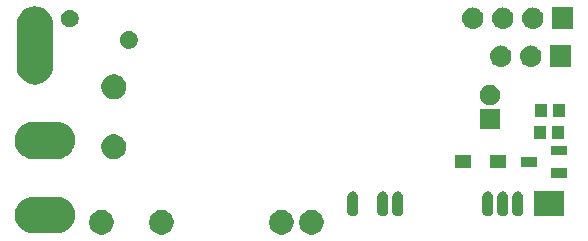
<source format=gbr>
G04 #@! TF.GenerationSoftware,KiCad,Pcbnew,(5.0.2)-1*
G04 #@! TF.CreationDate,2019-05-25T20:07:42+08:00*
G04 #@! TF.ProjectId,1RELAY,3152454c-4159-42e6-9b69-6361645f7063,rev?*
G04 #@! TF.SameCoordinates,Original*
G04 #@! TF.FileFunction,Soldermask,Top*
G04 #@! TF.FilePolarity,Negative*
%FSLAX46Y46*%
G04 Gerber Fmt 4.6, Leading zero omitted, Abs format (unit mm)*
G04 Created by KiCad (PCBNEW (5.0.2)-1) date 2019-05-25 20:07:42*
%MOMM*%
%LPD*%
G01*
G04 APERTURE LIST*
%ADD10C,0.100000*%
G04 APERTURE END LIST*
D10*
G36*
X143648925Y-117411809D02*
X143840194Y-117491035D01*
X144012336Y-117606057D01*
X144158723Y-117752444D01*
X144273745Y-117924586D01*
X144352971Y-118115855D01*
X144393360Y-118318904D01*
X144393360Y-118525936D01*
X144352971Y-118728985D01*
X144273745Y-118920254D01*
X144158723Y-119092396D01*
X144012336Y-119238783D01*
X143840194Y-119353805D01*
X143648925Y-119433031D01*
X143445876Y-119473420D01*
X143238844Y-119473420D01*
X143035795Y-119433031D01*
X142844526Y-119353805D01*
X142672384Y-119238783D01*
X142525997Y-119092396D01*
X142410975Y-118920254D01*
X142331749Y-118728985D01*
X142291360Y-118525936D01*
X142291360Y-118318904D01*
X142331749Y-118115855D01*
X142410975Y-117924586D01*
X142525997Y-117752444D01*
X142672384Y-117606057D01*
X142844526Y-117491035D01*
X143035795Y-117411809D01*
X143238844Y-117371420D01*
X143445876Y-117371420D01*
X143648925Y-117411809D01*
X143648925Y-117411809D01*
G37*
G36*
X153808925Y-117411809D02*
X154000194Y-117491035D01*
X154172336Y-117606057D01*
X154318723Y-117752444D01*
X154433745Y-117924586D01*
X154512971Y-118115855D01*
X154553360Y-118318904D01*
X154553360Y-118525936D01*
X154512971Y-118728985D01*
X154433745Y-118920254D01*
X154318723Y-119092396D01*
X154172336Y-119238783D01*
X154000194Y-119353805D01*
X153808925Y-119433031D01*
X153605876Y-119473420D01*
X153398844Y-119473420D01*
X153195795Y-119433031D01*
X153004526Y-119353805D01*
X152832384Y-119238783D01*
X152685997Y-119092396D01*
X152570975Y-118920254D01*
X152491749Y-118728985D01*
X152451360Y-118525936D01*
X152451360Y-118318904D01*
X152491749Y-118115855D01*
X152570975Y-117924586D01*
X152685997Y-117752444D01*
X152832384Y-117606057D01*
X153004526Y-117491035D01*
X153195795Y-117411809D01*
X153398844Y-117371420D01*
X153605876Y-117371420D01*
X153808925Y-117411809D01*
X153808925Y-117411809D01*
G37*
G36*
X156348925Y-117411809D02*
X156540194Y-117491035D01*
X156712336Y-117606057D01*
X156858723Y-117752444D01*
X156973745Y-117924586D01*
X157052971Y-118115855D01*
X157093360Y-118318904D01*
X157093360Y-118525936D01*
X157052971Y-118728985D01*
X156973745Y-118920254D01*
X156858723Y-119092396D01*
X156712336Y-119238783D01*
X156540194Y-119353805D01*
X156348925Y-119433031D01*
X156145876Y-119473420D01*
X155938844Y-119473420D01*
X155735795Y-119433031D01*
X155544526Y-119353805D01*
X155372384Y-119238783D01*
X155225997Y-119092396D01*
X155110975Y-118920254D01*
X155031749Y-118728985D01*
X154991360Y-118525936D01*
X154991360Y-118318904D01*
X155031749Y-118115855D01*
X155110975Y-117924586D01*
X155225997Y-117752444D01*
X155372384Y-117606057D01*
X155544526Y-117491035D01*
X155735795Y-117411809D01*
X155938844Y-117371420D01*
X156145876Y-117371420D01*
X156348925Y-117411809D01*
X156348925Y-117411809D01*
G37*
G36*
X138568925Y-117411809D02*
X138760194Y-117491035D01*
X138932336Y-117606057D01*
X139078723Y-117752444D01*
X139193745Y-117924586D01*
X139272971Y-118115855D01*
X139313360Y-118318904D01*
X139313360Y-118525936D01*
X139272971Y-118728985D01*
X139193745Y-118920254D01*
X139078723Y-119092396D01*
X138932336Y-119238783D01*
X138760194Y-119353805D01*
X138568925Y-119433031D01*
X138365876Y-119473420D01*
X138158844Y-119473420D01*
X137955795Y-119433031D01*
X137764526Y-119353805D01*
X137592384Y-119238783D01*
X137445997Y-119092396D01*
X137330975Y-118920254D01*
X137251749Y-118728985D01*
X137211360Y-118525936D01*
X137211360Y-118318904D01*
X137251749Y-118115855D01*
X137330975Y-117924586D01*
X137445997Y-117752444D01*
X137592384Y-117606057D01*
X137764526Y-117491035D01*
X137955795Y-117411809D01*
X138158844Y-117371420D01*
X138365876Y-117371420D01*
X138568925Y-117411809D01*
X138568925Y-117411809D01*
G37*
G36*
X134641843Y-116261681D02*
X134793749Y-116276642D01*
X134988659Y-116335767D01*
X135086115Y-116365330D01*
X135184390Y-116417860D01*
X135355558Y-116509351D01*
X135591729Y-116703171D01*
X135785549Y-116939342D01*
X135877040Y-117110510D01*
X135929570Y-117208785D01*
X135929570Y-117208786D01*
X136018258Y-117501151D01*
X136048204Y-117805200D01*
X136018258Y-118109249D01*
X136016254Y-118115855D01*
X135929570Y-118401615D01*
X135877040Y-118499890D01*
X135785549Y-118671058D01*
X135591729Y-118907229D01*
X135355558Y-119101049D01*
X135184390Y-119192540D01*
X135086115Y-119245070D01*
X134988659Y-119274633D01*
X134793749Y-119333758D01*
X134641843Y-119348719D01*
X134565891Y-119356200D01*
X132413509Y-119356200D01*
X132337557Y-119348719D01*
X132185651Y-119333758D01*
X131990741Y-119274633D01*
X131893285Y-119245070D01*
X131795010Y-119192540D01*
X131623842Y-119101049D01*
X131387671Y-118907229D01*
X131193851Y-118671058D01*
X131102360Y-118499890D01*
X131049830Y-118401615D01*
X130963146Y-118115855D01*
X130961142Y-118109249D01*
X130931196Y-117805200D01*
X130961142Y-117501151D01*
X131049830Y-117208786D01*
X131049830Y-117208785D01*
X131102360Y-117110510D01*
X131193851Y-116939342D01*
X131387671Y-116703171D01*
X131623842Y-116509351D01*
X131795010Y-116417860D01*
X131893285Y-116365330D01*
X131990741Y-116335767D01*
X132185651Y-116276642D01*
X132337557Y-116261681D01*
X132413509Y-116254200D01*
X134565891Y-116254200D01*
X134641843Y-116261681D01*
X134641843Y-116261681D01*
G37*
G36*
X163423113Y-115810765D02*
X163498156Y-115833530D01*
X163508125Y-115836554D01*
X163586474Y-115878433D01*
X163655148Y-115934792D01*
X163711507Y-116003466D01*
X163753386Y-116081815D01*
X163753387Y-116081819D01*
X163779175Y-116166827D01*
X163785700Y-116233082D01*
X163785700Y-117477398D01*
X163779175Y-117543653D01*
X163760244Y-117606057D01*
X163753386Y-117628665D01*
X163711507Y-117707014D01*
X163655150Y-117775686D01*
X163655146Y-117775690D01*
X163586477Y-117832045D01*
X163586473Y-117832047D01*
X163508124Y-117873926D01*
X163498155Y-117876950D01*
X163423112Y-117899715D01*
X163334700Y-117908422D01*
X163246287Y-117899715D01*
X163171244Y-117876950D01*
X163161275Y-117873926D01*
X163082926Y-117832047D01*
X163014252Y-117775688D01*
X163014250Y-117775686D01*
X162957895Y-117707017D01*
X162953364Y-117698539D01*
X162916014Y-117628664D01*
X162909156Y-117606055D01*
X162890225Y-117543652D01*
X162883700Y-117477397D01*
X162883701Y-116233082D01*
X162890226Y-116166827D01*
X162916014Y-116081819D01*
X162916015Y-116081815D01*
X162957894Y-116003466D01*
X163014253Y-115934792D01*
X163082927Y-115878433D01*
X163161276Y-115836554D01*
X163171245Y-115833530D01*
X163246288Y-115810765D01*
X163334700Y-115802058D01*
X163423113Y-115810765D01*
X163423113Y-115810765D01*
G37*
G36*
X173583113Y-115810765D02*
X173658156Y-115833530D01*
X173668125Y-115836554D01*
X173746474Y-115878433D01*
X173815148Y-115934792D01*
X173871507Y-116003466D01*
X173913386Y-116081815D01*
X173913387Y-116081819D01*
X173939175Y-116166827D01*
X173945700Y-116233082D01*
X173945700Y-117477398D01*
X173939175Y-117543653D01*
X173920244Y-117606057D01*
X173913386Y-117628665D01*
X173871507Y-117707014D01*
X173815150Y-117775686D01*
X173815146Y-117775690D01*
X173746477Y-117832045D01*
X173746473Y-117832047D01*
X173668124Y-117873926D01*
X173658155Y-117876950D01*
X173583112Y-117899715D01*
X173494700Y-117908422D01*
X173406287Y-117899715D01*
X173331244Y-117876950D01*
X173321275Y-117873926D01*
X173242926Y-117832047D01*
X173174252Y-117775688D01*
X173174250Y-117775686D01*
X173117895Y-117707017D01*
X173113364Y-117698539D01*
X173076014Y-117628664D01*
X173069156Y-117606055D01*
X173050225Y-117543652D01*
X173043700Y-117477397D01*
X173043701Y-116233082D01*
X173050226Y-116166827D01*
X173076014Y-116081819D01*
X173076015Y-116081815D01*
X173117894Y-116003466D01*
X173174253Y-115934792D01*
X173242927Y-115878433D01*
X173321276Y-115836554D01*
X173331245Y-115833530D01*
X173406288Y-115810765D01*
X173494700Y-115802058D01*
X173583113Y-115810765D01*
X173583113Y-115810765D01*
G37*
G36*
X172313113Y-115810765D02*
X172388156Y-115833530D01*
X172398125Y-115836554D01*
X172476474Y-115878433D01*
X172545148Y-115934792D01*
X172601507Y-116003466D01*
X172643386Y-116081815D01*
X172643387Y-116081819D01*
X172669175Y-116166827D01*
X172675700Y-116233082D01*
X172675700Y-117477398D01*
X172669175Y-117543653D01*
X172650244Y-117606057D01*
X172643386Y-117628665D01*
X172601507Y-117707014D01*
X172545150Y-117775686D01*
X172545146Y-117775690D01*
X172476477Y-117832045D01*
X172476473Y-117832047D01*
X172398124Y-117873926D01*
X172388155Y-117876950D01*
X172313112Y-117899715D01*
X172224700Y-117908422D01*
X172136287Y-117899715D01*
X172061244Y-117876950D01*
X172051275Y-117873926D01*
X171972926Y-117832047D01*
X171904252Y-117775688D01*
X171904250Y-117775686D01*
X171847895Y-117707017D01*
X171843364Y-117698539D01*
X171806014Y-117628664D01*
X171799156Y-117606055D01*
X171780225Y-117543652D01*
X171773700Y-117477397D01*
X171773701Y-116233082D01*
X171780226Y-116166827D01*
X171806014Y-116081819D01*
X171806015Y-116081815D01*
X171847894Y-116003466D01*
X171904253Y-115934792D01*
X171972927Y-115878433D01*
X172051276Y-115836554D01*
X172061245Y-115833530D01*
X172136288Y-115810765D01*
X172224700Y-115802058D01*
X172313113Y-115810765D01*
X172313113Y-115810765D01*
G37*
G36*
X171043113Y-115810765D02*
X171118156Y-115833530D01*
X171128125Y-115836554D01*
X171206474Y-115878433D01*
X171275148Y-115934792D01*
X171331507Y-116003466D01*
X171373386Y-116081815D01*
X171373387Y-116081819D01*
X171399175Y-116166827D01*
X171405700Y-116233082D01*
X171405700Y-117477398D01*
X171399175Y-117543653D01*
X171380244Y-117606057D01*
X171373386Y-117628665D01*
X171331507Y-117707014D01*
X171275150Y-117775686D01*
X171275146Y-117775690D01*
X171206477Y-117832045D01*
X171206473Y-117832047D01*
X171128124Y-117873926D01*
X171118155Y-117876950D01*
X171043112Y-117899715D01*
X170954700Y-117908422D01*
X170866287Y-117899715D01*
X170791244Y-117876950D01*
X170781275Y-117873926D01*
X170702926Y-117832047D01*
X170634252Y-117775688D01*
X170634250Y-117775686D01*
X170577895Y-117707017D01*
X170573364Y-117698539D01*
X170536014Y-117628664D01*
X170529156Y-117606055D01*
X170510225Y-117543652D01*
X170503700Y-117477397D01*
X170503701Y-116233082D01*
X170510226Y-116166827D01*
X170536014Y-116081819D01*
X170536015Y-116081815D01*
X170577894Y-116003466D01*
X170634253Y-115934792D01*
X170702927Y-115878433D01*
X170781276Y-115836554D01*
X170791245Y-115833530D01*
X170866288Y-115810765D01*
X170954700Y-115802058D01*
X171043113Y-115810765D01*
X171043113Y-115810765D01*
G37*
G36*
X162153113Y-115810765D02*
X162228156Y-115833530D01*
X162238125Y-115836554D01*
X162316474Y-115878433D01*
X162385148Y-115934792D01*
X162441507Y-116003466D01*
X162483386Y-116081815D01*
X162483387Y-116081819D01*
X162509175Y-116166827D01*
X162515700Y-116233082D01*
X162515700Y-117477398D01*
X162509175Y-117543653D01*
X162490244Y-117606057D01*
X162483386Y-117628665D01*
X162441507Y-117707014D01*
X162385150Y-117775686D01*
X162385146Y-117775690D01*
X162316477Y-117832045D01*
X162316473Y-117832047D01*
X162238124Y-117873926D01*
X162228155Y-117876950D01*
X162153112Y-117899715D01*
X162064700Y-117908422D01*
X161976287Y-117899715D01*
X161901244Y-117876950D01*
X161891275Y-117873926D01*
X161812926Y-117832047D01*
X161744252Y-117775688D01*
X161744250Y-117775686D01*
X161687895Y-117707017D01*
X161683364Y-117698539D01*
X161646014Y-117628664D01*
X161639156Y-117606055D01*
X161620225Y-117543652D01*
X161613700Y-117477397D01*
X161613701Y-116233082D01*
X161620226Y-116166827D01*
X161646014Y-116081819D01*
X161646015Y-116081815D01*
X161687894Y-116003466D01*
X161744253Y-115934792D01*
X161812927Y-115878433D01*
X161891276Y-115836554D01*
X161901245Y-115833530D01*
X161976288Y-115810765D01*
X162064700Y-115802058D01*
X162153113Y-115810765D01*
X162153113Y-115810765D01*
G37*
G36*
X159613113Y-115810765D02*
X159688156Y-115833530D01*
X159698125Y-115836554D01*
X159776474Y-115878433D01*
X159845148Y-115934792D01*
X159901507Y-116003466D01*
X159943386Y-116081815D01*
X159943387Y-116081819D01*
X159969175Y-116166827D01*
X159975700Y-116233082D01*
X159975700Y-117477398D01*
X159969175Y-117543653D01*
X159950244Y-117606057D01*
X159943386Y-117628665D01*
X159901507Y-117707014D01*
X159845150Y-117775686D01*
X159845146Y-117775690D01*
X159776477Y-117832045D01*
X159776473Y-117832047D01*
X159698124Y-117873926D01*
X159688155Y-117876950D01*
X159613112Y-117899715D01*
X159524700Y-117908422D01*
X159436287Y-117899715D01*
X159361244Y-117876950D01*
X159351275Y-117873926D01*
X159272926Y-117832047D01*
X159204252Y-117775688D01*
X159204250Y-117775686D01*
X159147895Y-117707017D01*
X159143364Y-117698539D01*
X159106014Y-117628664D01*
X159099156Y-117606055D01*
X159080225Y-117543652D01*
X159073700Y-117477397D01*
X159073701Y-116233082D01*
X159080226Y-116166827D01*
X159106014Y-116081819D01*
X159106015Y-116081815D01*
X159147894Y-116003466D01*
X159204253Y-115934792D01*
X159272927Y-115878433D01*
X159351276Y-115836554D01*
X159361245Y-115833530D01*
X159436288Y-115810765D01*
X159524700Y-115802058D01*
X159613113Y-115810765D01*
X159613113Y-115810765D01*
G37*
G36*
X177442380Y-117906240D02*
X174840380Y-117906240D01*
X174840380Y-115804240D01*
X177442380Y-115804240D01*
X177442380Y-117906240D01*
X177442380Y-117906240D01*
G37*
G36*
X177665740Y-114665520D02*
X176313740Y-114665520D01*
X176313740Y-113863520D01*
X177665740Y-113863520D01*
X177665740Y-114665520D01*
X177665740Y-114665520D01*
G37*
G36*
X169579860Y-113835000D02*
X168227860Y-113835000D01*
X168227860Y-112733000D01*
X169579860Y-112733000D01*
X169579860Y-113835000D01*
X169579860Y-113835000D01*
G37*
G36*
X172529860Y-113835000D02*
X171177860Y-113835000D01*
X171177860Y-112733000D01*
X172529860Y-112733000D01*
X172529860Y-113835000D01*
X172529860Y-113835000D01*
G37*
G36*
X175165740Y-113715520D02*
X173813740Y-113715520D01*
X173813740Y-112913520D01*
X175165740Y-112913520D01*
X175165740Y-113715520D01*
X175165740Y-113715520D01*
G37*
G36*
X139595085Y-111026249D02*
X139786354Y-111105475D01*
X139958496Y-111220497D01*
X140104883Y-111366884D01*
X140219905Y-111539026D01*
X140299131Y-111730295D01*
X140339520Y-111933344D01*
X140339520Y-112140376D01*
X140299131Y-112343425D01*
X140219905Y-112534694D01*
X140104883Y-112706836D01*
X139958496Y-112853223D01*
X139786354Y-112968245D01*
X139595085Y-113047471D01*
X139392036Y-113087860D01*
X139185004Y-113087860D01*
X138981955Y-113047471D01*
X138790686Y-112968245D01*
X138618544Y-112853223D01*
X138472157Y-112706836D01*
X138357135Y-112534694D01*
X138277909Y-112343425D01*
X138237520Y-112140376D01*
X138237520Y-111933344D01*
X138277909Y-111730295D01*
X138357135Y-111539026D01*
X138472157Y-111366884D01*
X138618544Y-111220497D01*
X138790686Y-111105475D01*
X138981955Y-111026249D01*
X139185004Y-110985860D01*
X139392036Y-110985860D01*
X139595085Y-111026249D01*
X139595085Y-111026249D01*
G37*
G36*
X134616443Y-109956481D02*
X134768349Y-109971442D01*
X134963259Y-110030567D01*
X135060715Y-110060130D01*
X135158990Y-110112660D01*
X135330158Y-110204151D01*
X135566329Y-110397971D01*
X135760149Y-110634142D01*
X135851640Y-110805310D01*
X135904170Y-110903585D01*
X135904170Y-110903586D01*
X135992858Y-111195951D01*
X136022804Y-111500000D01*
X135992858Y-111804049D01*
X135953637Y-111933344D01*
X135904170Y-112096415D01*
X135880673Y-112140374D01*
X135760149Y-112365858D01*
X135566329Y-112602029D01*
X135330158Y-112795849D01*
X135222815Y-112853225D01*
X135060715Y-112939870D01*
X134967178Y-112968244D01*
X134768349Y-113028558D01*
X134616443Y-113043519D01*
X134540491Y-113051000D01*
X132388109Y-113051000D01*
X132312157Y-113043519D01*
X132160251Y-113028558D01*
X131961422Y-112968244D01*
X131867885Y-112939870D01*
X131705785Y-112853225D01*
X131598442Y-112795849D01*
X131362271Y-112602029D01*
X131168451Y-112365858D01*
X131047927Y-112140374D01*
X131024430Y-112096415D01*
X130974963Y-111933344D01*
X130935742Y-111804049D01*
X130905796Y-111500000D01*
X130935742Y-111195951D01*
X131024430Y-110903586D01*
X131024430Y-110903585D01*
X131076960Y-110805310D01*
X131168451Y-110634142D01*
X131362271Y-110397971D01*
X131598442Y-110204151D01*
X131769610Y-110112660D01*
X131867885Y-110060130D01*
X131965341Y-110030567D01*
X132160251Y-109971442D01*
X132312157Y-109956481D01*
X132388109Y-109949000D01*
X134540491Y-109949000D01*
X134616443Y-109956481D01*
X134616443Y-109956481D01*
G37*
G36*
X177665740Y-112765520D02*
X176313740Y-112765520D01*
X176313740Y-111963520D01*
X177665740Y-111963520D01*
X177665740Y-112765520D01*
X177665740Y-112765520D01*
G37*
G36*
X177444780Y-111386600D02*
X176412780Y-111386600D01*
X176412780Y-110304600D01*
X177444780Y-110304600D01*
X177444780Y-111386600D01*
X177444780Y-111386600D01*
G37*
G36*
X175904780Y-111386600D02*
X174872780Y-111386600D01*
X174872780Y-110304600D01*
X175904780Y-110304600D01*
X175904780Y-111386600D01*
X175904780Y-111386600D01*
G37*
G36*
X171998740Y-110495180D02*
X170296740Y-110495180D01*
X170296740Y-108793180D01*
X171998740Y-108793180D01*
X171998740Y-110495180D01*
X171998740Y-110495180D01*
G37*
G36*
X177516280Y-109507000D02*
X176484280Y-109507000D01*
X176484280Y-108425000D01*
X177516280Y-108425000D01*
X177516280Y-109507000D01*
X177516280Y-109507000D01*
G37*
G36*
X175976280Y-109507000D02*
X174944280Y-109507000D01*
X174944280Y-108425000D01*
X175976280Y-108425000D01*
X175976280Y-109507000D01*
X175976280Y-109507000D01*
G37*
G36*
X171395968Y-106825883D02*
X171550840Y-106890033D01*
X171690221Y-106983165D01*
X171808755Y-107101699D01*
X171901887Y-107241080D01*
X171966037Y-107395952D01*
X171998740Y-107560364D01*
X171998740Y-107727996D01*
X171966037Y-107892408D01*
X171901887Y-108047280D01*
X171808755Y-108186661D01*
X171690221Y-108305195D01*
X171550840Y-108398327D01*
X171395968Y-108462477D01*
X171231556Y-108495180D01*
X171063924Y-108495180D01*
X170899512Y-108462477D01*
X170744640Y-108398327D01*
X170605259Y-108305195D01*
X170486725Y-108186661D01*
X170393593Y-108047280D01*
X170329443Y-107892408D01*
X170296740Y-107727996D01*
X170296740Y-107560364D01*
X170329443Y-107395952D01*
X170393593Y-107241080D01*
X170486725Y-107101699D01*
X170605259Y-106983165D01*
X170744640Y-106890033D01*
X170899512Y-106825883D01*
X171063924Y-106793180D01*
X171231556Y-106793180D01*
X171395968Y-106825883D01*
X171395968Y-106825883D01*
G37*
G36*
X139605085Y-105946249D02*
X139796354Y-106025475D01*
X139968496Y-106140497D01*
X140114883Y-106286884D01*
X140229905Y-106459026D01*
X140309131Y-106650295D01*
X140349520Y-106853344D01*
X140349520Y-107060376D01*
X140309131Y-107263425D01*
X140229905Y-107454694D01*
X140114883Y-107626836D01*
X139968496Y-107773223D01*
X139796354Y-107888245D01*
X139605085Y-107967471D01*
X139402036Y-108007860D01*
X139195004Y-108007860D01*
X138991955Y-107967471D01*
X138800686Y-107888245D01*
X138628544Y-107773223D01*
X138482157Y-107626836D01*
X138367135Y-107454694D01*
X138287909Y-107263425D01*
X138247520Y-107060376D01*
X138247520Y-106853344D01*
X138287909Y-106650295D01*
X138367135Y-106459026D01*
X138482157Y-106286884D01*
X138628544Y-106140497D01*
X138800686Y-106025475D01*
X138991955Y-105946249D01*
X139195004Y-105905860D01*
X139402036Y-105905860D01*
X139605085Y-105946249D01*
X139605085Y-105946249D01*
G37*
G36*
X132922528Y-100173102D02*
X133117438Y-100232227D01*
X133214894Y-100261790D01*
X133293520Y-100303817D01*
X133484337Y-100405811D01*
X133720509Y-100599631D01*
X133720510Y-100599633D01*
X133720512Y-100599634D01*
X133836801Y-100741334D01*
X133914329Y-100835802D01*
X133982656Y-100963633D01*
X134058350Y-101105245D01*
X134087913Y-101202701D01*
X134147038Y-101397611D01*
X134169480Y-101625470D01*
X134169480Y-105277850D01*
X134147038Y-105505709D01*
X134087913Y-105700619D01*
X134058350Y-105798075D01*
X134005820Y-105896350D01*
X133914329Y-106067518D01*
X133720509Y-106303689D01*
X133484338Y-106497509D01*
X133313170Y-106589000D01*
X133214895Y-106641530D01*
X133186000Y-106650295D01*
X132922529Y-106730218D01*
X132618480Y-106760164D01*
X132314432Y-106730218D01*
X132050961Y-106650295D01*
X132022066Y-106641530D01*
X131923791Y-106589000D01*
X131752623Y-106497509D01*
X131516452Y-106303689D01*
X131322632Y-106067518D01*
X131231141Y-105896350D01*
X131178611Y-105798075D01*
X131149048Y-105700619D01*
X131089923Y-105505709D01*
X131067481Y-105277850D01*
X131067480Y-101625471D01*
X131089922Y-101397612D01*
X131178610Y-101105247D01*
X131178610Y-101105246D01*
X131258876Y-100955081D01*
X131322631Y-100835803D01*
X131516451Y-100599631D01*
X131516453Y-100599630D01*
X131516454Y-100599628D01*
X131658154Y-100483339D01*
X131752622Y-100405811D01*
X131943439Y-100303817D01*
X132022065Y-100261790D01*
X132119521Y-100232227D01*
X132314431Y-100173102D01*
X132618480Y-100143156D01*
X132922528Y-100173102D01*
X132922528Y-100173102D01*
G37*
G36*
X172170043Y-103463959D02*
X172236227Y-103470477D01*
X172349453Y-103504824D01*
X172406067Y-103521997D01*
X172472446Y-103557478D01*
X172562591Y-103605662D01*
X172598329Y-103634992D01*
X172699786Y-103718254D01*
X172783048Y-103819711D01*
X172812378Y-103855449D01*
X172812379Y-103855451D01*
X172896043Y-104011973D01*
X172896043Y-104011974D01*
X172947563Y-104181813D01*
X172964959Y-104358440D01*
X172947563Y-104535067D01*
X172913216Y-104648293D01*
X172896043Y-104704907D01*
X172821948Y-104843527D01*
X172812378Y-104861431D01*
X172783048Y-104897169D01*
X172699786Y-104998626D01*
X172598329Y-105081888D01*
X172562591Y-105111218D01*
X172562589Y-105111219D01*
X172406067Y-105194883D01*
X172349453Y-105212056D01*
X172236227Y-105246403D01*
X172170042Y-105252922D01*
X172103860Y-105259440D01*
X172015340Y-105259440D01*
X171949158Y-105252922D01*
X171882973Y-105246403D01*
X171769747Y-105212056D01*
X171713133Y-105194883D01*
X171556611Y-105111219D01*
X171556609Y-105111218D01*
X171520871Y-105081888D01*
X171419414Y-104998626D01*
X171336152Y-104897169D01*
X171306822Y-104861431D01*
X171297252Y-104843527D01*
X171223157Y-104704907D01*
X171205984Y-104648293D01*
X171171637Y-104535067D01*
X171154241Y-104358440D01*
X171171637Y-104181813D01*
X171223157Y-104011974D01*
X171223157Y-104011973D01*
X171306821Y-103855451D01*
X171306822Y-103855449D01*
X171336152Y-103819711D01*
X171419414Y-103718254D01*
X171520871Y-103634992D01*
X171556609Y-103605662D01*
X171646754Y-103557478D01*
X171713133Y-103521997D01*
X171769747Y-103504824D01*
X171882973Y-103470477D01*
X171949157Y-103463959D01*
X172015340Y-103457440D01*
X172103860Y-103457440D01*
X172170043Y-103463959D01*
X172170043Y-103463959D01*
G37*
G36*
X178040600Y-105259440D02*
X176238600Y-105259440D01*
X176238600Y-103457440D01*
X178040600Y-103457440D01*
X178040600Y-105259440D01*
X178040600Y-105259440D01*
G37*
G36*
X174710043Y-103463959D02*
X174776227Y-103470477D01*
X174889453Y-103504824D01*
X174946067Y-103521997D01*
X175012446Y-103557478D01*
X175102591Y-103605662D01*
X175138329Y-103634992D01*
X175239786Y-103718254D01*
X175323048Y-103819711D01*
X175352378Y-103855449D01*
X175352379Y-103855451D01*
X175436043Y-104011973D01*
X175436043Y-104011974D01*
X175487563Y-104181813D01*
X175504959Y-104358440D01*
X175487563Y-104535067D01*
X175453216Y-104648293D01*
X175436043Y-104704907D01*
X175361948Y-104843527D01*
X175352378Y-104861431D01*
X175323048Y-104897169D01*
X175239786Y-104998626D01*
X175138329Y-105081888D01*
X175102591Y-105111218D01*
X175102589Y-105111219D01*
X174946067Y-105194883D01*
X174889453Y-105212056D01*
X174776227Y-105246403D01*
X174710042Y-105252922D01*
X174643860Y-105259440D01*
X174555340Y-105259440D01*
X174489158Y-105252922D01*
X174422973Y-105246403D01*
X174309747Y-105212056D01*
X174253133Y-105194883D01*
X174096611Y-105111219D01*
X174096609Y-105111218D01*
X174060871Y-105081888D01*
X173959414Y-104998626D01*
X173876152Y-104897169D01*
X173846822Y-104861431D01*
X173837252Y-104843527D01*
X173763157Y-104704907D01*
X173745984Y-104648293D01*
X173711637Y-104535067D01*
X173694241Y-104358440D01*
X173711637Y-104181813D01*
X173763157Y-104011974D01*
X173763157Y-104011973D01*
X173846821Y-103855451D01*
X173846822Y-103855449D01*
X173876152Y-103819711D01*
X173959414Y-103718254D01*
X174060871Y-103634992D01*
X174096609Y-103605662D01*
X174186754Y-103557478D01*
X174253133Y-103521997D01*
X174309747Y-103504824D01*
X174422973Y-103470477D01*
X174489157Y-103463959D01*
X174555340Y-103457440D01*
X174643860Y-103457440D01*
X174710043Y-103463959D01*
X174710043Y-103463959D01*
G37*
G36*
X140705764Y-102234684D02*
X140792819Y-102252000D01*
X140929492Y-102308612D01*
X140929493Y-102308613D01*
X141052498Y-102390802D01*
X141157098Y-102495402D01*
X141157100Y-102495405D01*
X141239288Y-102618408D01*
X141295900Y-102755081D01*
X141324760Y-102900173D01*
X141324760Y-103048107D01*
X141295900Y-103193199D01*
X141239288Y-103329872D01*
X141239287Y-103329873D01*
X141157098Y-103452878D01*
X141052498Y-103557478D01*
X141052495Y-103557480D01*
X140929492Y-103639668D01*
X140792819Y-103696280D01*
X140705764Y-103713596D01*
X140647729Y-103725140D01*
X140499791Y-103725140D01*
X140441756Y-103713596D01*
X140354701Y-103696280D01*
X140218028Y-103639668D01*
X140095025Y-103557480D01*
X140095022Y-103557478D01*
X139990422Y-103452878D01*
X139908233Y-103329873D01*
X139908232Y-103329872D01*
X139851620Y-103193199D01*
X139822760Y-103048107D01*
X139822760Y-102900173D01*
X139851620Y-102755081D01*
X139908232Y-102618408D01*
X139990420Y-102495405D01*
X139990422Y-102495402D01*
X140095022Y-102390802D01*
X140218027Y-102308613D01*
X140218028Y-102308612D01*
X140354701Y-102252000D01*
X140441756Y-102234684D01*
X140499791Y-102223140D01*
X140647729Y-102223140D01*
X140705764Y-102234684D01*
X140705764Y-102234684D01*
G37*
G36*
X178213320Y-102041260D02*
X176411320Y-102041260D01*
X176411320Y-100239260D01*
X178213320Y-100239260D01*
X178213320Y-102041260D01*
X178213320Y-102041260D01*
G37*
G36*
X174882762Y-100245778D02*
X174948947Y-100252297D01*
X175062173Y-100286644D01*
X175118787Y-100303817D01*
X175257407Y-100377912D01*
X175275311Y-100387482D01*
X175297645Y-100405811D01*
X175412506Y-100500074D01*
X175486962Y-100590800D01*
X175525098Y-100637269D01*
X175525099Y-100637271D01*
X175608763Y-100793793D01*
X175608763Y-100793794D01*
X175660283Y-100963633D01*
X175677679Y-101140260D01*
X175660283Y-101316887D01*
X175637135Y-101393196D01*
X175608763Y-101486727D01*
X175534668Y-101625347D01*
X175525098Y-101643251D01*
X175517197Y-101652878D01*
X175412506Y-101780446D01*
X175311049Y-101863708D01*
X175275311Y-101893038D01*
X175275309Y-101893039D01*
X175118787Y-101976703D01*
X175062173Y-101993876D01*
X174948947Y-102028223D01*
X174882762Y-102034742D01*
X174816580Y-102041260D01*
X174728060Y-102041260D01*
X174661878Y-102034742D01*
X174595693Y-102028223D01*
X174482467Y-101993876D01*
X174425853Y-101976703D01*
X174269331Y-101893039D01*
X174269329Y-101893038D01*
X174233591Y-101863708D01*
X174132134Y-101780446D01*
X174027443Y-101652878D01*
X174019542Y-101643251D01*
X174009972Y-101625347D01*
X173935877Y-101486727D01*
X173907505Y-101393196D01*
X173884357Y-101316887D01*
X173866961Y-101140260D01*
X173884357Y-100963633D01*
X173935877Y-100793794D01*
X173935877Y-100793793D01*
X174019541Y-100637271D01*
X174019542Y-100637269D01*
X174057678Y-100590800D01*
X174132134Y-100500074D01*
X174246995Y-100405811D01*
X174269329Y-100387482D01*
X174287233Y-100377912D01*
X174425853Y-100303817D01*
X174482467Y-100286644D01*
X174595693Y-100252297D01*
X174661877Y-100245779D01*
X174728060Y-100239260D01*
X174816580Y-100239260D01*
X174882762Y-100245778D01*
X174882762Y-100245778D01*
G37*
G36*
X172342762Y-100245778D02*
X172408947Y-100252297D01*
X172522173Y-100286644D01*
X172578787Y-100303817D01*
X172717407Y-100377912D01*
X172735311Y-100387482D01*
X172757645Y-100405811D01*
X172872506Y-100500074D01*
X172946962Y-100590800D01*
X172985098Y-100637269D01*
X172985099Y-100637271D01*
X173068763Y-100793793D01*
X173068763Y-100793794D01*
X173120283Y-100963633D01*
X173137679Y-101140260D01*
X173120283Y-101316887D01*
X173097135Y-101393196D01*
X173068763Y-101486727D01*
X172994668Y-101625347D01*
X172985098Y-101643251D01*
X172977197Y-101652878D01*
X172872506Y-101780446D01*
X172771049Y-101863708D01*
X172735311Y-101893038D01*
X172735309Y-101893039D01*
X172578787Y-101976703D01*
X172522173Y-101993876D01*
X172408947Y-102028223D01*
X172342762Y-102034742D01*
X172276580Y-102041260D01*
X172188060Y-102041260D01*
X172121878Y-102034742D01*
X172055693Y-102028223D01*
X171942467Y-101993876D01*
X171885853Y-101976703D01*
X171729331Y-101893039D01*
X171729329Y-101893038D01*
X171693591Y-101863708D01*
X171592134Y-101780446D01*
X171487443Y-101652878D01*
X171479542Y-101643251D01*
X171469972Y-101625347D01*
X171395877Y-101486727D01*
X171367505Y-101393196D01*
X171344357Y-101316887D01*
X171326961Y-101140260D01*
X171344357Y-100963633D01*
X171395877Y-100793794D01*
X171395877Y-100793793D01*
X171479541Y-100637271D01*
X171479542Y-100637269D01*
X171517678Y-100590800D01*
X171592134Y-100500074D01*
X171706995Y-100405811D01*
X171729329Y-100387482D01*
X171747233Y-100377912D01*
X171885853Y-100303817D01*
X171942467Y-100286644D01*
X172055693Y-100252297D01*
X172121877Y-100245779D01*
X172188060Y-100239260D01*
X172276580Y-100239260D01*
X172342762Y-100245778D01*
X172342762Y-100245778D01*
G37*
G36*
X169802762Y-100245778D02*
X169868947Y-100252297D01*
X169982173Y-100286644D01*
X170038787Y-100303817D01*
X170177407Y-100377912D01*
X170195311Y-100387482D01*
X170217645Y-100405811D01*
X170332506Y-100500074D01*
X170406962Y-100590800D01*
X170445098Y-100637269D01*
X170445099Y-100637271D01*
X170528763Y-100793793D01*
X170528763Y-100793794D01*
X170580283Y-100963633D01*
X170597679Y-101140260D01*
X170580283Y-101316887D01*
X170557135Y-101393196D01*
X170528763Y-101486727D01*
X170454668Y-101625347D01*
X170445098Y-101643251D01*
X170437197Y-101652878D01*
X170332506Y-101780446D01*
X170231049Y-101863708D01*
X170195311Y-101893038D01*
X170195309Y-101893039D01*
X170038787Y-101976703D01*
X169982173Y-101993876D01*
X169868947Y-102028223D01*
X169802762Y-102034742D01*
X169736580Y-102041260D01*
X169648060Y-102041260D01*
X169581878Y-102034742D01*
X169515693Y-102028223D01*
X169402467Y-101993876D01*
X169345853Y-101976703D01*
X169189331Y-101893039D01*
X169189329Y-101893038D01*
X169153591Y-101863708D01*
X169052134Y-101780446D01*
X168947443Y-101652878D01*
X168939542Y-101643251D01*
X168929972Y-101625347D01*
X168855877Y-101486727D01*
X168827505Y-101393196D01*
X168804357Y-101316887D01*
X168786961Y-101140260D01*
X168804357Y-100963633D01*
X168855877Y-100793794D01*
X168855877Y-100793793D01*
X168939541Y-100637271D01*
X168939542Y-100637269D01*
X168977678Y-100590800D01*
X169052134Y-100500074D01*
X169166995Y-100405811D01*
X169189329Y-100387482D01*
X169207233Y-100377912D01*
X169345853Y-100303817D01*
X169402467Y-100286644D01*
X169515693Y-100252297D01*
X169581877Y-100245779D01*
X169648060Y-100239260D01*
X169736580Y-100239260D01*
X169802762Y-100245778D01*
X169802762Y-100245778D01*
G37*
G36*
X135705764Y-100434684D02*
X135792819Y-100452000D01*
X135929492Y-100508612D01*
X135929493Y-100508613D01*
X136052498Y-100590802D01*
X136157098Y-100695402D01*
X136157100Y-100695405D01*
X136239288Y-100818408D01*
X136295900Y-100955081D01*
X136324760Y-101100173D01*
X136324760Y-101248107D01*
X136295900Y-101393199D01*
X136239288Y-101529872D01*
X136239287Y-101529873D01*
X136157098Y-101652878D01*
X136052498Y-101757478D01*
X136052495Y-101757480D01*
X135929492Y-101839668D01*
X135792819Y-101896280D01*
X135705764Y-101913596D01*
X135647729Y-101925140D01*
X135499791Y-101925140D01*
X135441756Y-101913596D01*
X135354701Y-101896280D01*
X135218028Y-101839668D01*
X135095025Y-101757480D01*
X135095022Y-101757478D01*
X134990422Y-101652878D01*
X134908233Y-101529873D01*
X134908232Y-101529872D01*
X134851620Y-101393199D01*
X134822760Y-101248107D01*
X134822760Y-101100173D01*
X134851620Y-100955081D01*
X134908232Y-100818408D01*
X134990420Y-100695405D01*
X134990422Y-100695402D01*
X135095022Y-100590802D01*
X135218027Y-100508613D01*
X135218028Y-100508612D01*
X135354701Y-100452000D01*
X135441756Y-100434684D01*
X135499791Y-100423140D01*
X135647729Y-100423140D01*
X135705764Y-100434684D01*
X135705764Y-100434684D01*
G37*
M02*

</source>
